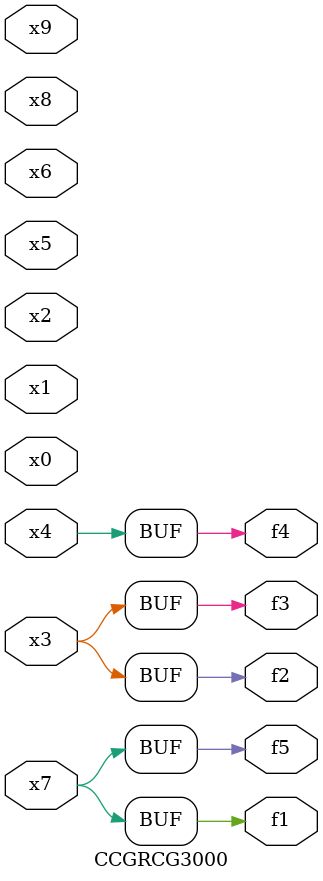
<source format=v>
module CCGRCG3000(
	input x0, x1, x2, x3, x4, x5, x6, x7, x8, x9,
	output f1, f2, f3, f4, f5
);
	assign f1 = x7;
	assign f2 = x3;
	assign f3 = x3;
	assign f4 = x4;
	assign f5 = x7;
endmodule

</source>
